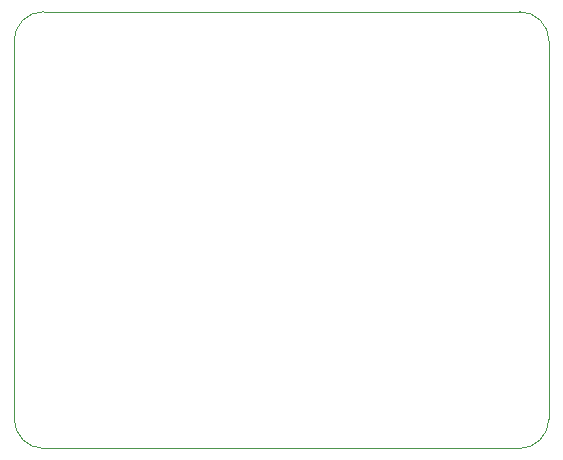
<source format=gbr>
%TF.GenerationSoftware,KiCad,Pcbnew,7.0.8*%
%TF.CreationDate,2024-02-27T14:33:36-06:00*%
%TF.ProjectId,Rickus-CH32V003,5269636b-7573-42d4-9348-333256303033,rev?*%
%TF.SameCoordinates,Original*%
%TF.FileFunction,Profile,NP*%
%FSLAX46Y46*%
G04 Gerber Fmt 4.6, Leading zero omitted, Abs format (unit mm)*
G04 Created by KiCad (PCBNEW 7.0.8) date 2024-02-27 14:33:36*
%MOMM*%
%LPD*%
G01*
G04 APERTURE LIST*
%TA.AperFunction,Profile*%
%ADD10C,0.100000*%
%TD*%
G04 APERTURE END LIST*
D10*
X220782233Y-107482233D02*
X213982233Y-107482233D01*
X220800000Y-70500000D02*
X214000000Y-70500000D01*
X180500000Y-70500000D02*
G75*
G03*
X178000000Y-73000000I0J-2500000D01*
G01*
X180500000Y-70500000D02*
X214000000Y-70500000D01*
X223300000Y-73000000D02*
X223282233Y-104982233D01*
X178017767Y-104982233D02*
G75*
G03*
X180517767Y-107482233I2500033J33D01*
G01*
X178017767Y-104982233D02*
X178000000Y-73000000D01*
X223300000Y-73000000D02*
G75*
G03*
X220800000Y-70500000I-2500000J0D01*
G01*
X220782233Y-107482233D02*
G75*
G03*
X223282233Y-104982233I-33J2500033D01*
G01*
X213982233Y-107482233D02*
X180517767Y-107482233D01*
M02*

</source>
